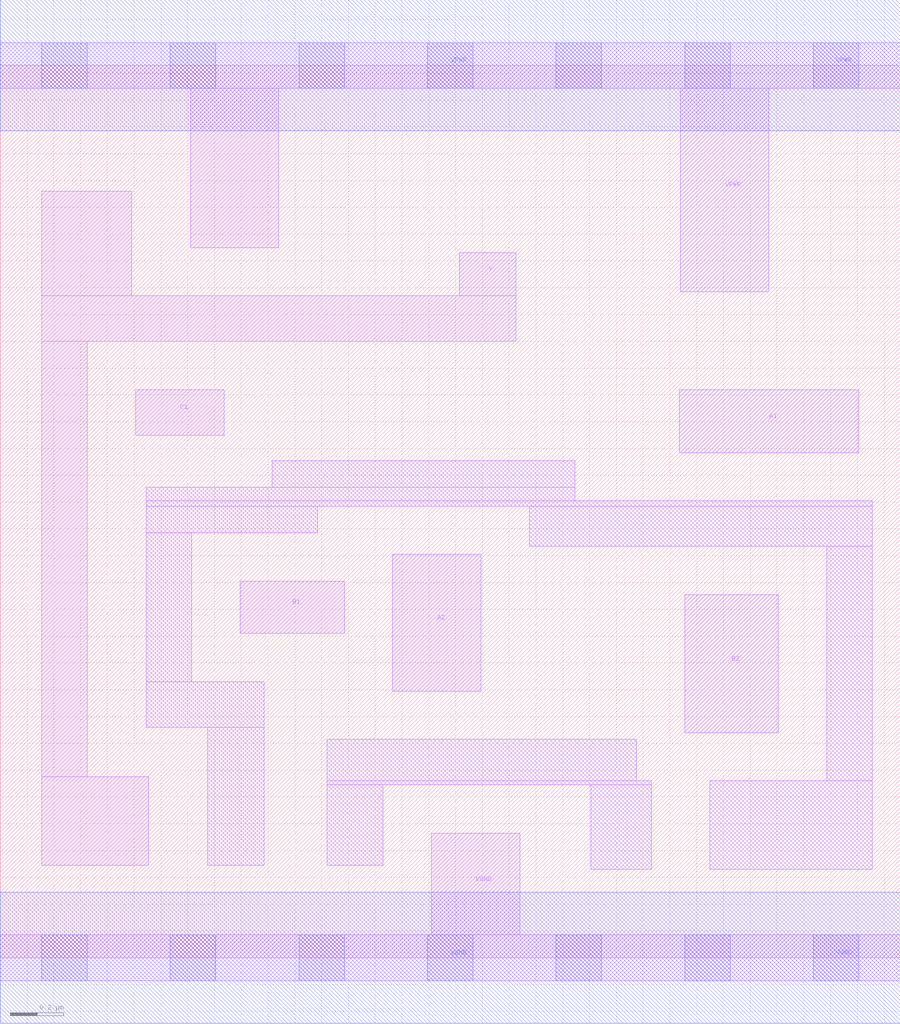
<source format=lef>
# Copyright 2020 The SkyWater PDK Authors
#
# Licensed under the Apache License, Version 2.0 (the "License");
# you may not use this file except in compliance with the License.
# You may obtain a copy of the License at
#
#     https://www.apache.org/licenses/LICENSE-2.0
#
# Unless required by applicable law or agreed to in writing, software
# distributed under the License is distributed on an "AS IS" BASIS,
# WITHOUT WARRANTIES OR CONDITIONS OF ANY KIND, either express or implied.
# See the License for the specific language governing permissions and
# limitations under the License.
#
# SPDX-License-Identifier: Apache-2.0

VERSION 5.7 ;
  NAMESCASESENSITIVE ON ;
  NOWIREEXTENSIONATPIN ON ;
  DIVIDERCHAR "/" ;
  BUSBITCHARS "[]" ;
UNITS
  DATABASE MICRONS 200 ;
END UNITS
MACRO sky130_fd_sc_lp__o221ai_m
  CLASS CORE ;
  SOURCE USER ;
  FOREIGN sky130_fd_sc_lp__o221ai_m ;
  ORIGIN  0.000000  0.000000 ;
  SIZE  3.360000 BY  3.330000 ;
  SYMMETRY X Y R90 ;
  SITE unit ;
  PIN A1
    ANTENNAGATEAREA  0.126000 ;
    DIRECTION INPUT ;
    USE SIGNAL ;
    PORT
      LAYER li1 ;
        RECT 2.535000 1.885000 3.205000 2.120000 ;
    END
  END A1
  PIN A2
    ANTENNAGATEAREA  0.126000 ;
    DIRECTION INPUT ;
    USE SIGNAL ;
    PORT
      LAYER li1 ;
        RECT 1.465000 0.995000 1.795000 1.505000 ;
    END
  END A2
  PIN B1
    ANTENNAGATEAREA  0.126000 ;
    DIRECTION INPUT ;
    USE SIGNAL ;
    PORT
      LAYER li1 ;
        RECT 0.895000 1.210000 1.285000 1.405000 ;
    END
  END B1
  PIN B2
    ANTENNAGATEAREA  0.126000 ;
    DIRECTION INPUT ;
    USE SIGNAL ;
    PORT
      LAYER li1 ;
        RECT 2.555000 0.840000 2.905000 1.355000 ;
    END
  END B2
  PIN C1
    ANTENNAGATEAREA  0.126000 ;
    DIRECTION INPUT ;
    USE SIGNAL ;
    PORT
      LAYER li1 ;
        RECT 0.505000 1.950000 0.835000 2.120000 ;
    END
  END C1
  PIN Y
    ANTENNADIFFAREA  0.441250 ;
    DIRECTION OUTPUT ;
    USE SIGNAL ;
    PORT
      LAYER li1 ;
        RECT 0.155000 0.345000 0.555000 0.675000 ;
        RECT 0.155000 0.675000 0.325000 2.300000 ;
        RECT 0.155000 2.300000 1.925000 2.470000 ;
        RECT 0.155000 2.470000 0.490000 2.860000 ;
        RECT 1.715000 2.470000 1.925000 2.630000 ;
    END
  END Y
  PIN VGND
    DIRECTION INOUT ;
    USE GROUND ;
    PORT
      LAYER li1 ;
        RECT 0.000000 -0.085000 3.360000 0.085000 ;
        RECT 1.610000  0.085000 1.940000 0.465000 ;
      LAYER mcon ;
        RECT 0.155000 -0.085000 0.325000 0.085000 ;
        RECT 0.635000 -0.085000 0.805000 0.085000 ;
        RECT 1.115000 -0.085000 1.285000 0.085000 ;
        RECT 1.595000 -0.085000 1.765000 0.085000 ;
        RECT 2.075000 -0.085000 2.245000 0.085000 ;
        RECT 2.555000 -0.085000 2.725000 0.085000 ;
        RECT 3.035000 -0.085000 3.205000 0.085000 ;
      LAYER met1 ;
        RECT 0.000000 -0.245000 3.360000 0.245000 ;
    END
  END VGND
  PIN VPWR
    DIRECTION INOUT ;
    USE POWER ;
    PORT
      LAYER li1 ;
        RECT 0.000000 3.245000 3.360000 3.415000 ;
        RECT 0.710000 2.650000 1.040000 3.245000 ;
        RECT 2.540000 2.485000 2.870000 3.245000 ;
      LAYER mcon ;
        RECT 0.155000 3.245000 0.325000 3.415000 ;
        RECT 0.635000 3.245000 0.805000 3.415000 ;
        RECT 1.115000 3.245000 1.285000 3.415000 ;
        RECT 1.595000 3.245000 1.765000 3.415000 ;
        RECT 2.075000 3.245000 2.245000 3.415000 ;
        RECT 2.555000 3.245000 2.725000 3.415000 ;
        RECT 3.035000 3.245000 3.205000 3.415000 ;
      LAYER met1 ;
        RECT 0.000000 3.085000 3.360000 3.575000 ;
    END
  END VPWR
  OBS
    LAYER li1 ;
      RECT 0.545000 0.860000 0.985000 1.030000 ;
      RECT 0.545000 1.030000 0.715000 1.585000 ;
      RECT 0.545000 1.585000 1.185000 1.685000 ;
      RECT 0.545000 1.685000 3.255000 1.705000 ;
      RECT 0.545000 1.705000 2.145000 1.755000 ;
      RECT 0.775000 0.345000 0.985000 0.860000 ;
      RECT 1.015000 1.755000 2.145000 1.855000 ;
      RECT 1.220000 0.345000 1.430000 0.645000 ;
      RECT 1.220000 0.645000 2.430000 0.660000 ;
      RECT 1.220000 0.660000 2.375000 0.815000 ;
      RECT 1.975000 1.535000 3.255000 1.685000 ;
      RECT 2.205000 0.330000 2.430000 0.645000 ;
      RECT 2.650000 0.330000 3.255000 0.660000 ;
      RECT 3.085000 0.660000 3.255000 1.535000 ;
  END
END sky130_fd_sc_lp__o221ai_m

</source>
